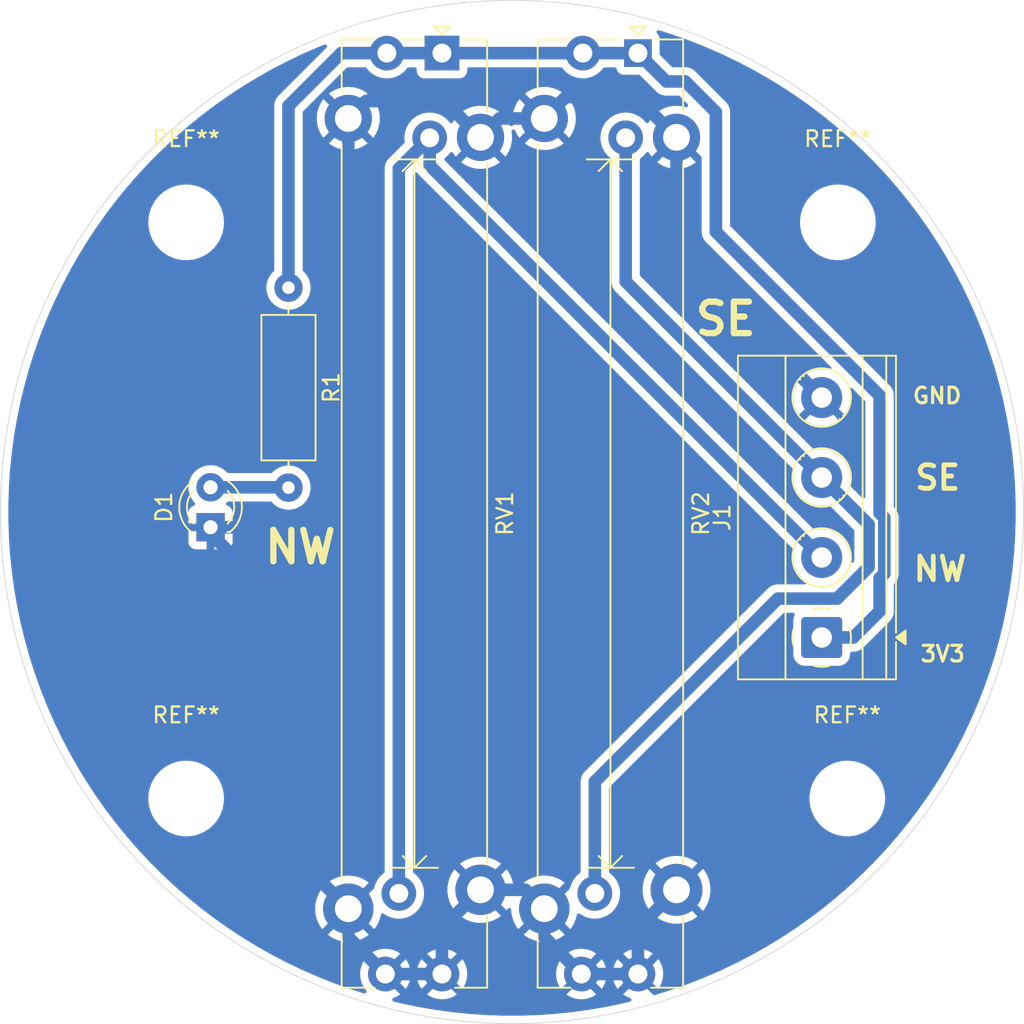
<source format=kicad_pcb>
(kicad_pcb (version 20241229) (generator "pcbnew") (generator_version "9.0")
  (layers (0 "F.Cu" signal) (2 "B.Cu" signal) (13 "F.Paste" user) (15 "B.Paste" user) (5 "F.SilkS" user "F.Silkscreen") (7 "B.SilkS" user "B.Silkscreen") (1 "F.Mask" user) (3 "B.Mask" user) (25 "Edge.Cuts" user))
  (net 0 "")
  (net 1 "+3.3V")
  (net 2 "Net-(J1-Pin_2)")
  (net 3 "Net-(J1-Pin_3)")
  (net 4 "GNDREF")
  (net 5 "Net-(D1-A)")
  (footprint "MountingHole:MountingHole_4.3mm_M4" (layer "F.Cu") (at 128.3 114.4)
    (property "Reference" "REF**" (at 0 -5.3 0) (layer "F.SilkS"))
    (property "Value" "MountingHole_4.3mm_M4")
    (pad "" np_thru_hole circle (at 0 0) (size 4.3 4.3) (drill 4.3) (layers "*.Cu" "*.Mask"))
  )
  (footprint "Potentiometer_THT:Potentiometer_Bourns_PTA4543_Single_Slide" (layer "F.Cu") (at 144.55 67.05 -90)
    (property "Reference" "RV1" (at 29.25 -4 90) (layer "F.SilkS"))
    (property "Value" "10k")
    (fp_line (start -0.87 6.37) (end 2.515 6.37) (stroke (width 0.12)) (layer "F.SilkS"))
    (fp_line (start 5.786 6.37) (end 52.715 6.37) (stroke (width 0.12)) (layer "F.SilkS"))
    (fp_line (start 55.986 6.37) (end 59.37 6.37) (stroke (width 0.12)) (layer "F.SilkS"))
    (fp_line (start -0.87 4.323) (end -0.87 6.37) (stroke (width 0.12)) (layer "F.SilkS"))
    (fp_line (start 59.37 4.29) (end 59.37 6.37) (stroke (width 0.12)) (layer "F.SilkS"))
    (fp_line (start 6.75 1.75) (end 7.5 2.5) (stroke (width 0.12)) (layer "F.SilkS"))
    (fp_line (start 6.75 1.75) (end 51.75 1.75) (stroke (width 0.12)) (layer "F.SilkS"))
    (fp_line (start 51.75 1.75) (end 51 2.5) (stroke (width 0.12)) (layer "F.SilkS"))
    (fp_line (start -0.87 1.175) (end -0.87 2.678) (stroke (width 0.12)) (layer "F.SilkS"))
    (fp_line (start 7.5 1) (end 6.75 1.75) (stroke (width 0.12)) (layer "F.SilkS"))
    (fp_line (start 51 1) (end 51.75 1.75) (stroke (width 0.12)) (layer "F.SilkS"))
    (fp_line (start -1.675 0.5) (end -1.175 0) (stroke (width 0.12)) (layer "F.SilkS"))
    (fp_line (start 6.75 0.25) (end 6.75 3.25) (stroke (width 0.12)) (layer "F.SilkS"))
    (fp_line (start 51.75 0.25) (end 51.75 3.25) (stroke (width 0.12)) (layer "F.SilkS"))
    (fp_line (start -1.175 0) (end -1.675 -0.5) (stroke (width 0.12)) (layer "F.SilkS"))
    (fp_line (start -1.675 -0.5) (end -1.675 0.5) (stroke (width 0.12)) (layer "F.SilkS"))
    (fp_line (start -0.87 -2.87) (end -0.87 -1.175) (stroke (width 0.12)) (layer "F.SilkS"))
    (fp_line (start -0.87 -2.87) (end 3.715 -2.87) (stroke (width 0.12)) (layer "F.SilkS"))
    (fp_line (start 6.986 -2.87) (end 51.515 -2.87) (stroke (width 0.12)) (layer "F.SilkS"))
    (fp_line (start 54.786 -2.87) (end 59.37 -2.87) (stroke (width 0.12)) (layer "F.SilkS"))
    (fp_line (start 59.37 -2.87) (end 59.37 -0.823) (stroke (width 0.12)) (layer "F.SilkS"))
    (pad "1" thru_hole rect (at 0 0 270) (size 2.2 2.2) (drill 1.2) (layers "*.Cu" "*.Mask") (net 1 "+3.3V"))
    (pad "1" thru_hole circle (at 0 3.5 270) (size 2.2 2.2) (drill 1.2) (layers "*.Cu" "*.Mask") (net 1 "+3.3V"))
    (pad "2" thru_hole circle (at 5.38 0.78 270) (size 2.2 2.2) (drill 1.2) (layers "*.Cu" "*.Mask") (net 2 "Net-(J1-Pin_2)"))
    (pad "2" thru_hole circle (at 53.38 2.74 270) (size 2.2 2.2) (drill 1.2) (layers "*.Cu" "*.Mask") (net 2 "Net-(J1-Pin_2)"))
    (pad "3" thru_hole circle (at 58.5 0 270) (size 2.2 2.2) (drill 1.2) (layers "*.Cu" "*.Mask") (net 4 "GNDREF"))
    (pad "3" thru_hole circle (at 58.5 3.5965 270) (size 2.2 2.2) (drill 1.2) (layers "*.Cu" "*.Mask") (net 4 "GNDREF"))
    (pad "MP" thru_hole circle (at 4.15 5.95 270) (size 3 3) (drill 1.7) (layers "*.Cu" "*.Mask") (net 4 "GNDREF"))
    (pad "MP" thru_hole circle (at 5.35 -2.45 270) (size 3 3) (drill 1.7) (layers "*.Cu" "*.Mask") (net 4 "GNDREF"))
    (pad "MP" thru_hole circle (at 53.15 -2.45 270) (size 3.2 3.2) (drill 1.7) (layers "*.Cu" "*.Mask") (net 4 "GNDREF"))
    (pad "MP" thru_hole circle (at 54.35 5.95 270) (size 3.2 3.2) (drill 1.7) (layers "*.Cu" "*.Mask") (net 4 "GNDREF"))
  )
  (footprint "MountingHole:MountingHole_4.3mm_M4" (layer "F.Cu") (at 128.3 77.8)
    (property "Reference" "REF**" (at 0 -5.3 0) (layer "F.SilkS"))
    (property "Value" "MountingHole_4.3mm_M4")
    (pad "" np_thru_hole circle (at 0 0) (size 4.3 4.3) (drill 4.3) (layers "*.Cu" "*.Mask"))
  )
  (footprint "MountingHole:MountingHole_4.3mm_M4" (layer "F.Cu") (at 170.3 114.4)
    (property "Reference" "REF**" (at 0 -5.3 0) (layer "F.SilkS"))
    (property "Value" "MountingHole_4.3mm_M4")
    (pad "" np_thru_hole circle (at 0 0) (size 4.3 4.3) (drill 4.3) (layers "*.Cu" "*.Mask"))
  )
  (footprint "LED_THT:LED_D3.0mm" (layer "F.Cu") (at 129.85 97.17 90)
    (property "Reference" "D1" (at 1.27 -2.96 90) (layer "F.SilkS"))
    (property "Value" "LED")
    (fp_line (start -0.29 -1.236) (end -0.29 -1.08) (stroke (width 0.12)) (layer "F.SilkS"))
    (fp_line (start -0.29 1.08) (end -0.29 1.236) (stroke (width 0.12)) (layer "F.SilkS"))
    (fp_arc (start -0.29 -1.235516) (mid 1.365624 -1.987701) (end 2.941397 -1.080061) (stroke (width 0.12)) (layer "F.SilkS"))
    (fp_arc (start 0.229039 -1.08) (mid 1.269964 -1.5) (end 2.31091 -1.080049) (stroke (width 0.12)) (layer "F.SilkS"))
    (fp_arc (start 2.31091 1.080049) (mid 1.269964 1.5) (end 0.229039 1.08) (stroke (width 0.12)) (layer "F.SilkS"))
    (fp_arc (start 2.941397 1.080061) (mid 1.365624 1.987701) (end -0.29 1.235516) (stroke (width 0.12)) (layer "F.SilkS"))
    (pad "1" thru_hole rect (at 0 0 90) (size 1.8 1.8) (drill 0.9) (layers "*.Cu" "*.Mask") (net 4 "GNDREF"))
    (pad "2" thru_hole circle (at 2.54 0 90) (size 1.8 1.8) (drill 0.9) (layers "*.Cu" "*.Mask") (net 5 "Net-(D1-A)"))
  )
  (footprint "TerminalBlock_Phoenix:TerminalBlock_Phoenix_MKDS-1,5-4-5.08_1x04_P5.08mm_Horizontal" (layer "F.Cu") (at 168.6725 104.17 90)
    (property "Reference" "J1" (at 7.62 -6.32 90) (layer "F.SilkS"))
    (property "Value" "Screw_Terminal_01x04")
    (fp_line (start 17.9 -5.32) (end 17.9 4.72) (stroke (width 0.12)) (layer "F.SilkS"))
    (fp_line (start -2.66 -5.32) (end 17.9 -5.32) (stroke (width 0.12)) (layer "F.SilkS"))
    (fp_line (start -2.66 -5.32) (end -2.66 4.72) (stroke (width 0.12)) (layer "F.SilkS"))
    (fp_line (start -2.66 -2.3) (end 17.9 -2.3) (stroke (width 0.12)) (layer "F.SilkS"))
    (fp_line (start 16.424 -1.411) (end 16.38 -1.367) (stroke (width 0.12)) (layer "F.SilkS"))
    (fp_line (start 11.344 -1.411) (end 11.3 -1.367) (stroke (width 0.12)) (layer "F.SilkS"))
    (fp_line (start 6.264 -1.411) (end 6.22 -1.367) (stroke (width 0.12)) (layer "F.SilkS"))
    (fp_line (start 16.651 -1.184) (end 16.607 -1.14) (stroke (width 0.12)) (layer "F.SilkS"))
    (fp_line (start 11.571 -1.184) (end 11.527 -1.14) (stroke (width 0.12)) (layer "F.SilkS"))
    (fp_line (start 6.491 -1.184) (end 6.447 -1.14) (stroke (width 0.12)) (layer "F.SilkS"))
    (fp_line (start 13.873 1.14) (end 13.829 1.183) (stroke (width 0.12)) (layer "F.SilkS"))
    (fp_line (start 8.793 1.14) (end 8.749 1.183) (stroke (width 0.12)) (layer "F.SilkS"))
    (fp_line (start 3.713 1.14) (end 3.669 1.183) (stroke (width 0.12)) (layer "F.SilkS"))
    (fp_line (start 14.1 1.367) (end 14.056 1.41) (stroke (width 0.12)) (layer "F.SilkS"))
    (fp_line (start 9.02 1.367) (end 8.976 1.41) (stroke (width 0.12)) (layer "F.SilkS"))
    (fp_line (start 3.94 1.367) (end 3.896 1.41) (stroke (width 0.12)) (layer "F.SilkS"))
    (fp_line (start -2.66 2.6) (end 17.9 2.6) (stroke (width 0.12)) (layer "F.SilkS"))
    (fp_line (start -2.66 4.1) (end 17.9 4.1) (stroke (width 0.12)) (layer "F.SilkS"))
    (fp_line (start 0.3 4.72) (end 17.9 4.72) (stroke (width 0.12)) (layer "F.SilkS"))
    (fp_line (start -2.66 4.72) (end -0.3 4.72) (stroke (width 0.12)) (layer "F.SilkS"))
    (fp_arc (start -0.54 -1.78) (mid -0.000355 -1.860107) (end 0.539321 -1.780206) (stroke (width 0.12)) (layer "F.SilkS"))
    (fp_arc (start 1.78 -0.54) (mid 1.860107 -0.000355) (end 1.780206 0.539321) (stroke (width 0.12)) (layer "F.SilkS"))
    (fp_arc (start -1.78 0.54) (mid -1.860107 0.000355) (end -1.780206 -0.539321) (stroke (width 0.12)) (layer "F.SilkS"))
    (fp_arc (start 0.54 1.78) (mid 0.000355 1.860107) (end -0.539321 1.780206) (stroke (width 0.12)) (layer "F.SilkS"))
    (fp_circle (center 15.24 0) (end 17.1 0) (stroke (width 0.12)) (fill no) (layer "F.SilkS"))
    (fp_circle (center 10.16 0) (end 12.02 0) (stroke (width 0.12)) (fill no) (layer "F.SilkS"))
    (fp_circle (center 5.08 0) (end 6.94 0) (stroke (width 0.12)) (fill no) (layer "F.SilkS"))
    (fp_poly (pts (xy 0 4.72) (xy 0.44 5.33) (xy -0.44 5.33) (xy 0 4.72)) (stroke (width 0.12)) (fill yes) (layer "F.SilkS"))
    (pad "1" thru_hole roundrect (at 0 0 90) (size 2.6 2.6) (drill 1.3) (layers "*.Cu" "*.Mask") (roundrect_rratio 0.096154) (net 1 "+3.3V"))
    (pad "2" thru_hole circle (at 5.08 0 90) (size 2.6 2.6) (drill 1.3) (layers "*.Cu" "*.Mask") (net 2 "Net-(J1-Pin_2)"))
    (pad "3" thru_hole circle (at 10.16 0 90) (size 2.6 2.6) (drill 1.3) (layers "*.Cu" "*.Mask") (net 3 "Net-(J1-Pin_3)"))
    (pad "4" thru_hole circle (at 15.24 0 90) (size 2.6 2.6) (drill 1.3) (layers "*.Cu" "*.Mask") (net 4 "GNDREF"))
  )
  (footprint "MountingHole:MountingHole_4.3mm_M4" (layer "F.Cu") (at 169.7 77.8)
    (property "Reference" "REF**" (at 0 -5.3 0) (layer "F.SilkS"))
    (property "Value" "MountingHole_4.3mm_M4")
    (pad "" np_thru_hole circle (at 0 0) (size 4.3 4.3) (drill 4.3) (layers "*.Cu" "*.Mask"))
  )
  (footprint "Potentiometer_THT:Potentiometer_Bourns_PTA4543_Single_Slide" (layer "F.Cu") (at 157 67.05 -90)
    (property "Reference" "RV2" (at 29.25 -4 90) (layer "F.SilkS"))
    (property "Value" "10k")
    (fp_line (start -0.87 6.37) (end 2.515 6.37) (stroke (width 0.12)) (layer "F.SilkS"))
    (fp_line (start 5.786 6.37) (end 52.715 6.37) (stroke (width 0.12)) (layer "F.SilkS"))
    (fp_line (start 55.986 6.37) (end 59.37 6.37) (stroke (width 0.12)) (layer "F.SilkS"))
    (fp_line (start -0.87 4.323) (end -0.87 6.37) (stroke (width 0.12)) (layer "F.SilkS"))
    (fp_line (start 59.37 4.29) (end 59.37 6.37) (stroke (width 0.12)) (layer "F.SilkS"))
    (fp_line (start 6.75 1.75) (end 7.5 2.5) (stroke (width 0.12)) (layer "F.SilkS"))
    (fp_line (start 6.75 1.75) (end 51.75 1.75) (stroke (width 0.12)) (layer "F.SilkS"))
    (fp_line (start 51.75 1.75) (end 51 2.5) (stroke (width 0.12)) (layer "F.SilkS"))
    (fp_line (start -0.87 1.175) (end -0.87 2.678) (stroke (width 0.12)) (layer "F.SilkS"))
    (fp_line (start 7.5 1) (end 6.75 1.75) (stroke (width 0.12)) (layer "F.SilkS"))
    (fp_line (start 51 1) (end 51.75 1.75) (stroke (width 0.12)) (layer "F.SilkS"))
    (fp_line (start -1.675 0.5) (end -1.175 0) (stroke (width 0.12)) (layer "F.SilkS"))
    (fp_line (start 6.75 0.25) (end 6.75 3.25) (stroke (width 0.12)) (layer "F.SilkS"))
    (fp_line (start 51.75 0.25) (end 51.75 3.25) (stroke (width 0.12)) (layer "F.SilkS"))
    (fp_line (start -1.175 0) (end -1.675 -0.5) (stroke (width 0.12)) (layer "F.SilkS"))
    (fp_line (start -1.675 -0.5) (end -1.675 0.5) (stroke (width 0.12)) (layer "F.SilkS"))
    (fp_line (start -0.87 -2.87) (end -0.87 -1.175) (stroke (width 0.12)) (layer "F.SilkS"))
    (fp_line (start -0.87 -2.87) (end 3.715 -2.87) (stroke (width 0.12)) (layer "F.SilkS"))
    (fp_line (start 6.986 -2.87) (end 51.515 -2.87) (stroke (width 0.12)) (layer "F.SilkS"))
    (fp_line (start 54.786 -2.87) (end 59.37 -2.87) (stroke (width 0.12)) (layer "F.SilkS"))
    (fp_line (start 59.37 -2.87) (end 59.37 -0.823) (stroke (width 0.12)) (layer "F.SilkS"))
    (pad "1" thru_hole rect (at 0 0 270) (size 1.75 1.75) (drill 1.2) (layers "*.Cu" "*.Mask") (net 1 "+3.3V"))
    (pad "1" thru_hole circle (at 0 3.5 270) (size 2.2 2.2) (drill 1.2) (layers "*.Cu" "*.Mask") (net 1 "+3.3V"))
    (pad "2" thru_hole circle (at 5.38 0.78 270) (size 2.2 2.2) (drill 1.2) (layers "*.Cu" "*.Mask") (net 3 "Net-(J1-Pin_3)"))
    (pad "2" thru_hole circle (at 53.38 2.74 270) (size 2.2 2.2) (drill 1.2) (layers "*.Cu" "*.Mask") (net 3 "Net-(J1-Pin_3)"))
    (pad "3" thru_hole circle (at 58.5 0 270) (size 2.2 2.2) (drill 1.2) (layers "*.Cu" "*.Mask") (net 4 "GNDREF"))
    (pad "3" thru_hole circle (at 58.5 3.5965 270) (size 2.2 2.2) (drill 1.2) (layers "*.Cu" "*.Mask") (net 4 "GNDREF"))
    (pad "MP" thru_hole circle (at 4.15 5.95 270) (size 3 3) (drill 1.7) (layers "*.Cu" "*.Mask") (net 4 "GNDREF"))
    (pad "MP" thru_hole circle (at 5.35 -2.45 270) (size 3 3) (drill 1.7) (layers "*.Cu" "*.Mask") (net 4 "GNDREF"))
    (pad "MP" thru_hole circle (at 53.15 -2.45 270) (size 3.3 3.3) (drill 1.7) (layers "*.Cu" "*.Mask") (net 4 "GNDREF"))
    (pad "MP" thru_hole circle (at 54.35 5.95 270) (size 3.2 3.2) (drill 1.7) (layers "*.Cu" "*.Mask") (net 4 "GNDREF"))
  )
  (footprint "Resistor_THT:R_Axial_DIN0309_L9.0mm_D3.2mm_P12.70mm_Horizontal" (layer "F.Cu") (at 134.8 81.95 -90)
    (property "Reference" "R1" (at 6.35 -2.72 90) (layer "F.SilkS"))
    (property "Value" "220")
    (fp_line (start 1.73 1.72) (end 10.97 1.72) (stroke (width 0.12)) (layer "F.SilkS"))
    (fp_line (start 10.97 1.72) (end 10.97 -1.72) (stroke (width 0.12)) (layer "F.SilkS"))
    (fp_line (start 1.04 0) (end 1.73 0) (stroke (width 0.12)) (layer "F.SilkS"))
    (fp_line (start 11.66 0) (end 10.97 0) (stroke (width 0.12)) (layer "F.SilkS"))
    (fp_line (start 1.73 -1.72) (end 1.73 1.72) (stroke (width 0.12)) (layer "F.SilkS"))
    (fp_line (start 10.97 -1.72) (end 1.73 -1.72) (stroke (width 0.12)) (layer "F.SilkS"))
    (pad "1" thru_hole circle (at 0 0 270) (size 1.8 1.8) (drill 0.8) (layers "*.Cu" "*.Mask") (net 1 "+3.3V"))
    (pad "2" thru_hole oval (at 12.7 0 270) (size 1.8 1.8) (drill 0.8) (layers "*.Cu" "*.Mask") (net 5 "Net-(D1-A)"))
  )
  (gr_circle (center 149 96.200615) (end 181.5 96.400615) (stroke (width 0.05)) (fill no) (layer "Edge.Cuts"))
  (gr_text "NW" (at 174.35 100.7 0) (layer "F.SilkS") (effects (font (size 1.5 1.5) (thickness 0.3) (bold yes)) (justify left bottom)))
  (gr_text "SE" (at 160.45 85.1 0) (layer "F.SilkS") (effects (font (size 2 2) (thickness 0.4) (bold yes)) (justify left bottom)))
  (gr_text "GND" (at 174.35 89.4 0) (layer "F.SilkS") (effects (font (size 1 1) (thickness 0.2) (bold yes)) (justify left bottom)))
  (gr_text "SE" (at 174.45 94.9 0) (layer "F.SilkS") (effects (font (size 1.5 1.5) (thickness 0.3) (bold yes)) (justify left bottom)))
  (gr_text "3V3" (at 174.85 105.8 0) (layer "F.SilkS") (effects (font (size 1 1) (thickness 0.2) (bold yes)) (justify left bottom)))
  (gr_text "NW" (at 133.1 99.6 0) (layer "F.SilkS") (effects (font (size 2 2) (thickness 0.4) (bold yes)) (justify left bottom)))
  (segment (start 134.8 70.4) (end 138.15 67.05) (width 0.8) (layer "B.Cu") (net 1))
  (segment (start 172.651 100.114628) (end 172.35 100.415628) (width 0.8) (layer "B.Cu") (net 1))
  (segment (start 172.35 96.271872) (end 172.651 96.572872) (width 0.8) (layer "B.Cu") (net 1))
  (segment (start 172.35 100.415628) (end 172.35 102.5) (width 0.8) (layer "B.Cu") (net 1))
  (segment (start 144.55 67.05) (end 153.5 67.05) (width 0.8) (layer "B.Cu") (net 1))
  (segment (start 141.05 67.05) (end 144.55 67.05) (width 0.8) (layer "B.Cu") (net 1))
  (segment (start 158.799 68.849) (end 159.999 68.849) (width 0.8) (layer "B.Cu") (net 1))
  (segment (start 161.95 78.4) (end 172.35 88.8) (width 0.8) (layer "B.Cu") (net 1))
  (segment (start 138.15 67.05) (end 141.05 67.05) (width 0.8) (layer "B.Cu") (net 1))
  (segment (start 172.651 96.572872) (end 172.651 100.114628) (width 0.8) (layer "B.Cu") (net 1))
  (segment (start 134.8 81.95) (end 134.8 70.4) (width 0.8) (layer "B.Cu") (net 1))
  (segment (start 159.999 68.849) (end 161.95 70.8) (width 0.8) (layer "B.Cu") (net 1))
  (segment (start 170.68 104.17) (end 168.6725 104.17) (width 0.8) (layer "B.Cu") (net 1))
  (segment (start 157 67.05) (end 158.799 68.849) (width 0.8) (layer "B.Cu") (net 1))
  (segment (start 161.95 70.8) (end 161.95 78.4) (width 0.8) (layer "B.Cu") (net 1))
  (segment (start 153.5 67.05) (end 157 67.05) (width 0.8) (layer "B.Cu") (net 1))
  (segment (start 172.35 88.8) (end 172.35 96.271872) (width 0.8) (layer "B.Cu") (net 1))
  (segment (start 172.35 102.5) (end 170.68 104.17) (width 0.8) (layer "B.Cu") (net 1))
  (segment (start 141.81 74.39) (end 143.77 72.43) (width 0.8) (layer "B.Cu") (net 2))
  (segment (start 168.6725 99.09) (end 143.77 74.1875) (width 0.8) (layer "B.Cu") (net 2))
  (segment (start 143.77 74.1875) (end 143.77 72.43) (width 0.8) (layer "B.Cu") (net 2))
  (segment (start 141.81 120.43) (end 141.81 74.39) (width 0.8) (layer "B.Cu") (net 2))
  (segment (start 168.6725 94.01) (end 171.65 96.9875) (width 0.8) (layer "B.Cu") (net 3))
  (segment (start 171.65 99.7) (end 169.65 101.7) (width 0.8) (layer "B.Cu") (net 3))
  (segment (start 156.22 81.5575) (end 156.22 72.43) (width 0.8) (layer "B.Cu") (net 3))
  (segment (start 154.26 113.331038) (end 154.26 120.43) (width 0.8) (layer "B.Cu") (net 3))
  (segment (start 169.34 94.01) (end 168.6725 94.01) (width 0.8) (layer "B.Cu") (net 3))
  (segment (start 165.891038 101.7) (end 154.26 113.331038) (width 0.8) (layer "B.Cu") (net 3))
  (segment (start 168.6725 94.01) (end 156.22 81.5575) (width 0.8) (layer "B.Cu") (net 3))
  (segment (start 171.65 96.9875) (end 171.65 99.7) (width 0.8) (layer "B.Cu") (net 3))
  (segment (start 169.65 101.7) (end 165.891038 101.7) (width 0.8) (layer "B.Cu") (net 3))
  (segment (start 144.7 70.1) (end 139.7 70.1) (width 0.8) (layer "B.Cu") (net 4))
  (segment (start 151.05 71.2) (end 148.2 71.2) (width 0.8) (layer "B.Cu") (net 4))
  (segment (start 138.6 123.1965) (end 140.9535 125.55) (width 0.8) (layer "B.Cu") (net 4))
  (segment (start 157 125.55) (end 157 122.65) (width 0.8) (layer "B.Cu") (net 4))
  (segment (start 157 122.65) (end 159.45 120.2) (width 0.8) (layer "B.Cu") (net 4))
  (segment (start 159.45 79.7075) (end 168.6725 88.93) (width 0.8) (layer "B.Cu") (net 4))
  (segment (start 136.13 97.17) (end 138.6 94.7) (width 0.8) (layer "B.Cu") (net 4))
  (segment (start 138.6 121.4) (end 138.6 123.1965) (width 0.8) (layer "B.Cu") (net 4))
  (segment (start 159.45 72.4) (end 159.45 79.7075) (width 0.8) (layer "B.Cu") (net 4))
  (segment (start 156.9 69.85) (end 152.4 69.85) (width 0.8) (layer "B.Cu") (net 4))
  (segment (start 133.6 116.4) (end 138.6 121.4) (width 0.8) (layer "B.Cu") (net 4))
  (segment (start 153.4035 125.55) (end 157 125.55) (width 0.8) (layer "B.Cu") (net 4))
  (segment (start 149.85 120.2) (end 151.05 121.4) (width 0.8) (layer "B.Cu") (net 4))
  (segment (start 138.6 94.7) (end 138.6 71.2) (width 0.8) (layer "B.Cu") (net 4))
  (segment (start 129.85 97.57) (end 133.6 101.32) (width 0.8) (layer "B.Cu") (net 4))
  (segment (start 144.55 125.55) (end 144.55 122.65) (width 0.8) (layer "B.Cu") (net 4))
  (segment (start 133.6 101.32) (end 133.6 116.4) (width 0.8) (layer "B.Cu") (net 4))
  (segment (start 129.85 97.17) (end 136.13 97.17) (width 0.8) (layer "B.Cu") (net 4))
  (segment (start 147 120.2) (end 149.85 120.2) (width 0.8) (layer "B.Cu") (net 4))
  (segment (start 159.45 72.4) (end 156.9 69.85) (width 0.8) (layer "B.Cu") (net 4))
  (segment (start 140.9535 125.55) (end 144.55 125.55) (width 0.8) (layer "B.Cu") (net 4))
  (segment (start 151.05 123.1965) (end 153.4035 125.55) (width 0.8) (layer "B.Cu") (net 4))
  (segment (start 147 72.4) (end 144.7 70.1) (width 0.8) (layer "B.Cu") (net 4))
  (segment (start 144.55 122.65) (end 147 120.2) (width 0.8) (layer "B.Cu") (net 4))
  (segment (start 151.05 121.4) (end 151.05 123.1965) (width 0.8) (layer "B.Cu") (net 4))
  (segment (start 139.7 70.1) (end 138.6 71.2) (width 0.8) (layer "B.Cu") (net 4))
  (segment (start 148.2 71.2) (end 147 72.4) (width 0.8) (layer "B.Cu") (net 4))
  (segment (start 152.4 69.85) (end 151.05 71.2) (width 0.8) (layer "B.Cu") (net 4))
  (segment (start 134.78 94.63) (end 134.8 94.65) (width 0.8) (layer "B.Cu") (net 5))
  (segment (start 129.85 94.63) (end 134.78 94.63) (width 0.8) (layer "B.Cu") (net 5))
  (zone (net 4) (net_name "GNDREF") (layer "B.Cu") (connect_pads (clearance 0.5)) (min_thickness 0.25) (fill yes (thermal_gap 0.5) (thermal_bridge_width 0.5))
    (polygon (pts (xy 116.7 63.8) (xy 181.5 63.7) (xy 181.5 128.7) (xy 116.5 128.7) (xy 116.5 63.7) (xy 116.6 63.8)))
  )
)
</source>
